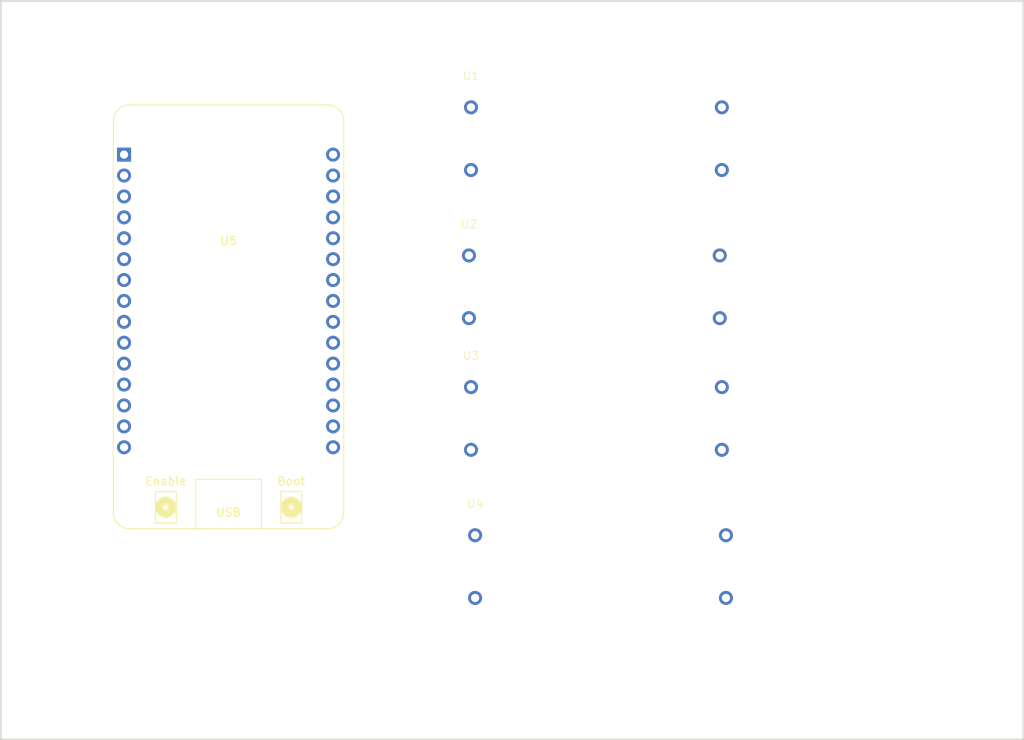
<source format=kicad_pcb>
(kicad_pcb (version 20241229) (generator "pcbnew") (generator_version "9.0")
  (layers (0 "F.Cu" signal) (2 "B.Cu" signal) (13 "F.Paste" user) (15 "B.Paste" user) (5 "F.SilkS" user "F.Silkscreen") (7 "B.SilkS" user "B.Silkscreen") (1 "F.Mask" user) (3 "B.Mask" user) (25 "Edge.Cuts" user))
  (net 0 "")
  (net 1 "+12V")
  (net 10 "Net-(U5-GND-Pad14)")
  (footprint "control_board_pcb:MT3608_Boost_Converter" (layer "F.Cu") (at 152.5 111.75)
    (property "Reference" "U4" (at -15.24 -7.62 0) (layer "F.SilkS") (effects (font (thickness 0.1))))
    (property "Value" "MT3608")
    (pad "1" thru_hole oval (at 15.24 -3.81) (size 1.7 1.7) (drill 1) (layers "*.Cu" "*.Mask") (net 1 "+12V"))
    (pad "2" thru_hole oval (at 15.24 3.81) (size 1.7 1.7) (drill 1) (layers "*.Cu" "*.Mask"))
    (pad "3" thru_hole oval (at -15.24 -3.81) (size 1.7 1.7) (drill 1) (layers "*.Cu" "*.Mask"))
    (pad "4" thru_hole oval (at -15.24 3.81) (size 1.7 1.7) (drill 1) (layers "*.Cu" "*.Mask"))
  )
  (footprint "control_board_pcb:MT3608_Boost_Converter" (layer "F.Cu") (at 151.75 77.75)
    (property "Reference" "U2" (at -15.24 -7.62 0) (layer "F.SilkS") (effects (font (thickness 0.1))))
    (property "Value" "MT3608")
    (pad "1" thru_hole oval (at 15.24 -3.81) (size 1.7 1.7) (drill 1) (layers "*.Cu" "*.Mask") (net 1 "+12V"))
    (pad "2" thru_hole oval (at 15.24 3.81) (size 1.7 1.7) (drill 1) (layers "*.Cu" "*.Mask"))
    (pad "3" thru_hole oval (at -15.24 -3.81) (size 1.7 1.7) (drill 1) (layers "*.Cu" "*.Mask"))
    (pad "4" thru_hole oval (at -15.24 3.81) (size 1.7 1.7) (drill 1) (layers "*.Cu" "*.Mask"))
  )
  (footprint "control_board_pcb:MT3608_Boost_Converter" (layer "F.Cu") (at 152 93.75)
    (property "Reference" "U3" (at -15.24 -7.62 0) (layer "F.SilkS") (effects (font (thickness 0.1))))
    (property "Value" "MT3608")
    (pad "1" thru_hole oval (at 15.24 -3.81) (size 1.7 1.7) (drill 1) (layers "*.Cu" "*.Mask") (net 1 "+12V"))
    (pad "2" thru_hole oval (at 15.24 3.81) (size 1.7 1.7) (drill 1) (layers "*.Cu" "*.Mask"))
    (pad "3" thru_hole oval (at -15.24 -3.81) (size 1.7 1.7) (drill 1) (layers "*.Cu" "*.Mask"))
    (pad "4" thru_hole oval (at -15.24 3.81) (size 1.7 1.7) (drill 1) (layers "*.Cu" "*.Mask"))
  )
  (footprint "control_board_pcb:MT3608_Boost_Converter" (layer "F.Cu") (at 152 59.75)
    (property "Reference" "U1" (at -15.24 -7.62 0) (layer "F.SilkS") (effects (font (thickness 0.1))))
    (property "Value" "MT3608")
    (pad "1" thru_hole oval (at 15.24 -3.81) (size 1.7 1.7) (drill 1) (layers "*.Cu" "*.Mask") (net 1 "+12V"))
    (pad "2" thru_hole oval (at 15.24 3.81) (size 1.7 1.7) (drill 1) (layers "*.Cu" "*.Mask"))
    (pad "3" thru_hole oval (at -15.24 -3.81) (size 1.7 1.7) (drill 1) (layers "*.Cu" "*.Mask"))
    (pad "4" thru_hole oval (at -15.24 3.81) (size 1.7 1.7) (drill 1) (layers "*.Cu" "*.Mask"))
  )
  (footprint "control_board_pcb:ESP32_Devkit_V1_DOIT_JWM_LessSilk" (layer "F.Cu") (at 107.3 61.69)
    (property "Reference" "U5" (at 0 10.47 0) (layer "F.SilkS"))
    (property "Value" "ESP32 WROOM 32D DevKit")
    (fp_line (start -14 -4.04) (end -14 43.46) (stroke (width 0.12)) (layer "F.SilkS"))
    (fp_line (start -12 -6.04) (end 12 -6.04) (stroke (width 0.12)) (layer "F.SilkS"))
    (fp_line (start -12 45.46) (end 12 45.46) (stroke (width 0.12)) (layer "F.SilkS"))
    (fp_line (start -8.89 40.95) (end -6.35 40.95) (stroke (width 0.12)) (layer "F.SilkS"))
    (fp_line (start -8.89 44.76) (end -8.89 40.95) (stroke (width 0.12)) (layer "F.SilkS"))
    (fp_line (start -6.35 40.95) (end -6.35 44.76) (stroke (width 0.12)) (layer "F.SilkS"))
    (fp_line (start -6.35 44.76) (end -8.89 44.76) (stroke (width 0.12)) (layer "F.SilkS"))
    (fp_line (start -4 39.46) (end -4 45.46) (stroke (width 0.12)) (layer "F.SilkS"))
    (fp_line (start -4 39.46) (end 4 39.46) (stroke (width 0.12)) (layer "F.SilkS"))
    (fp_line (start 4 39.46) (end 4 45.46) (stroke (width 0.12)) (layer "F.SilkS"))
    (fp_line (start 6.35 40.95) (end 8.89 40.95) (stroke (width 0.12)) (layer "F.SilkS"))
    (fp_line (start 6.35 44.76) (end 6.35 40.95) (stroke (width 0.12)) (layer "F.SilkS"))
    (fp_line (start 8.89 40.95) (end 8.89 44.76) (stroke (width 0.12)) (layer "F.SilkS"))
    (fp_line (start 8.89 44.76) (end 6.35 44.76) (stroke (width 0.12)) (layer "F.SilkS"))
    (fp_line (start 14 43.46) (end 14 -4.04) (stroke (width 0.12)) (layer "F.SilkS"))
    (fp_arc (start -14 -4.04) (mid -13.414214 -5.454214) (end -12 -6.04) (stroke (width 0.12)) (layer "F.SilkS"))
    (fp_arc (start -12 45.46) (mid -13.414214 44.874214) (end -14 43.46) (stroke (width 0.12)) (layer "F.SilkS"))
    (fp_arc (start 12 -6.04) (mid 13.414214 -5.454214) (end 14 -4.04) (stroke (width 0.12)) (layer "F.SilkS"))
    (fp_arc (start 14 43.46) (mid 13.414214 44.874214) (end 12 45.46) (stroke (width 0.12)) (layer "F.SilkS"))
    (fp_circle (center -7.62 42.855) (end -7.32 42.855) (stroke (width 1)) (fill no) (layer "F.SilkS"))
    (fp_circle (center 7.62 42.855) (end 7.92 42.855) (stroke (width 1)) (fill no) (layer "F.SilkS"))
    (fp_text user "Enable" (at -7.62 39.68 0) (layer "F.SilkS"))
    (fp_text user "USB" (at 0 43.49 0) (layer "F.SilkS"))
    (fp_text user "Boot" (at 7.62 39.68 0) (layer "F.SilkS"))
    (pad "1" thru_hole rect (at -12.7 0) (size 1.7 1.7) (drill 1) (layers "*.Cu" "*.Mask"))
    (pad "2" thru_hole oval (at -12.7 2.54) (size 1.7 1.7) (drill 1) (layers "*.Cu" "*.Mask"))
    (pad "3" thru_hole oval (at -12.7 5.08) (size 1.7 1.7) (drill 1) (layers "*.Cu" "*.Mask"))
    (pad "4" thru_hole oval (at -12.7 7.62) (size 1.7 1.7) (drill 1) (layers "*.Cu" "*.Mask"))
    (pad "5" thru_hole oval (at -12.7 10.16) (size 1.7 1.7) (drill 1) (layers "*.Cu" "*.Mask"))
    (pad "6" thru_hole oval (at -12.7 12.7) (size 1.7 1.7) (drill 1) (layers "*.Cu" "*.Mask"))
    (pad "7" thru_hole oval (at -12.7 15.24) (size 1.7 1.7) (drill 1) (layers "*.Cu" "*.Mask"))
    (pad "8" thru_hole oval (at -12.7 17.78) (size 1.7 1.7) (drill 1) (layers "*.Cu" "*.Mask"))
    (pad "9" thru_hole oval (at -12.7 20.32) (size 1.7 1.7) (drill 1) (layers "*.Cu" "*.Mask"))
    (pad "10" thru_hole oval (at -12.7 22.86) (size 1.7 1.7) (drill 1) (layers "*.Cu" "*.Mask"))
    (pad "11" thru_hole oval (at -12.7 25.4) (size 1.7 1.7) (drill 1) (layers "*.Cu" "*.Mask"))
    (pad "12" thru_hole oval (at -12.7 27.94) (size 1.7 1.7) (drill 1) (layers "*.Cu" "*.Mask"))
    (pad "13" thru_hole oval (at -12.7 30.48) (size 1.7 1.7) (drill 1) (layers "*.Cu" "*.Mask"))
    (pad "14" thru_hole oval (at -12.7 33.02) (size 1.7 1.7) (drill 1) (layers "*.Cu" "*.Mask") (net 10 "Net-(U5-GND-Pad14)"))
    (pad "15" thru_hole oval (at -12.7 35.56) (size 1.7 1.7) (drill 1) (layers "*.Cu" "*.Mask"))
    (pad "16" thru_hole oval (at 12.7 35.56) (size 1.7 1.7) (drill 1) (layers "*.Cu" "*.Mask"))
    (pad "17" thru_hole oval (at 12.7 33.02) (size 1.7 1.7) (drill 1) (layers "*.Cu" "*.Mask") (net 10 "Net-(U5-GND-Pad14)"))
    (pad "18" thru_hole oval (at 12.7 30.48) (size 1.7 1.7) (drill 1) (layers "*.Cu" "*.Mask"))
    (pad "19" thru_hole oval (at 12.7 27.94) (size 1.7 1.7) (drill 1) (layers "*.Cu" "*.Mask"))
    (pad "20" thru_hole oval (at 12.7 25.4) (size 1.7 1.7) (drill 1) (layers "*.Cu" "*.Mask"))
    (pad "21" thru_hole oval (at 12.7 22.86) (size 1.7 1.7) (drill 1) (layers "*.Cu" "*.Mask"))
    (pad "22" thru_hole oval (at 12.7 20.32) (size 1.7 1.7) (drill 1) (layers "*.Cu" "*.Mask"))
    (pad "23" thru_hole oval (at 12.7 17.78) (size 1.7 1.7) (drill 1) (layers "*.Cu" "*.Mask"))
    (pad "24" thru_hole oval (at 12.7 15.24) (size 1.7 1.7) (drill 1) (layers "*.Cu" "*.Mask"))
    (pad "25" thru_hole oval (at 12.7 12.7) (size 1.7 1.7) (drill 1) (layers "*.Cu" "*.Mask"))
    (pad "26" thru_hole oval (at 12.7 10.16) (size 1.7 1.7) (drill 1) (layers "*.Cu" "*.Mask"))
    (pad "27" thru_hole oval (at 12.7 7.62) (size 1.7 1.7) (drill 1) (layers "*.Cu" "*.Mask"))
    (pad "28" thru_hole oval (at 12.7 5.08) (size 1.7 1.7) (drill 1) (layers "*.Cu" "*.Mask"))
    (pad "29" thru_hole oval (at 12.7 2.54) (size 1.7 1.7) (drill 1) (layers "*.Cu" "*.Mask"))
    (pad "30" thru_hole oval (at 12.7 0) (size 1.7 1.7) (drill 1) (layers "*.Cu" "*.Mask"))
  )
  (gr_rect (start 79.625 43) (end 203.875 132.75) (stroke (width 0.2)) (fill no) (layer "Edge.Cuts"))
)
</source>
